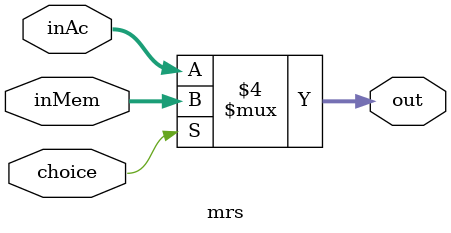
<source format=v>
module mrs( //Mux Register Source
    inAc,
    inMem,
    choice,
    out
);

input[7:0] inAc;
input[7:0] inMem;
input choice;
output reg[7:0] out;

always@(*)
    if (choice == 1) begin
        out <= inMem;
    end else begin
        out <= inAc;
    end
endmodule
</source>
